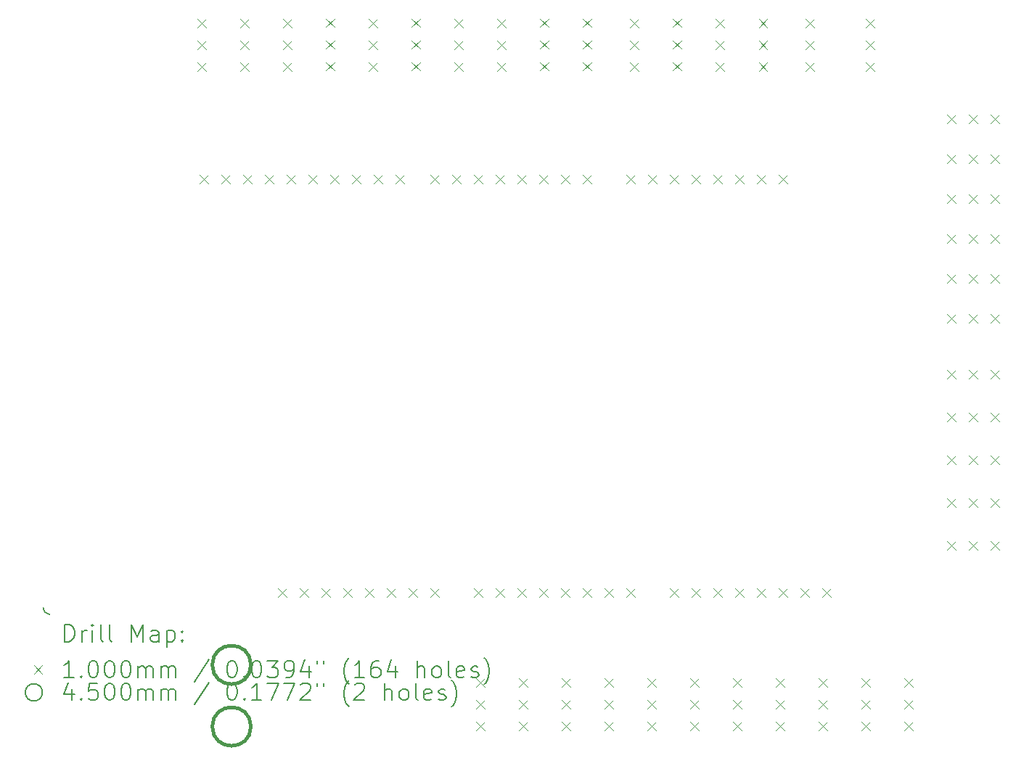
<source format=gbr>
%TF.GenerationSoftware,KiCad,Pcbnew,8.0.1*%
%TF.CreationDate,2024-04-24T23:00:23+05:30*%
%TF.ProjectId,mega_servos_1,6d656761-5f73-4657-9276-6f735f312e6b,rev?*%
%TF.SameCoordinates,PX5f5e100PY5f5e100*%
%TF.FileFunction,Drillmap*%
%TF.FilePolarity,Positive*%
%FSLAX45Y45*%
G04 Gerber Fmt 4.5, Leading zero omitted, Abs format (unit mm)*
G04 Created by KiCad (PCBNEW 8.0.1) date 2024-04-24 23:00:23*
%MOMM*%
%LPD*%
G01*
G04 APERTURE LIST*
%ADD10C,0.150000*%
%ADD11C,0.200000*%
%ADD12C,0.100000*%
%ADD13C,0.450000*%
G04 APERTURE END LIST*
D10*
X76200Y0D02*
G75*
G02*
X0Y76200I0J76200D01*
G01*
D11*
D12*
X1800000Y6950000D02*
X1900000Y6850000D01*
X1900000Y6950000D02*
X1800000Y6850000D01*
X1800000Y6696000D02*
X1900000Y6596000D01*
X1900000Y6696000D02*
X1800000Y6596000D01*
X1800000Y6442000D02*
X1900000Y6342000D01*
X1900000Y6442000D02*
X1800000Y6342000D01*
X1829600Y5130000D02*
X1929600Y5030000D01*
X1929600Y5130000D02*
X1829600Y5030000D01*
X2083600Y5130000D02*
X2183600Y5030000D01*
X2183600Y5130000D02*
X2083600Y5030000D01*
X2300000Y6951500D02*
X2400000Y6851500D01*
X2400000Y6951500D02*
X2300000Y6851500D01*
X2300000Y6697500D02*
X2400000Y6597500D01*
X2400000Y6697500D02*
X2300000Y6597500D01*
X2300000Y6443500D02*
X2400000Y6343500D01*
X2400000Y6443500D02*
X2300000Y6343500D01*
X2337600Y5130000D02*
X2437600Y5030000D01*
X2437600Y5130000D02*
X2337600Y5030000D01*
X2591600Y5130000D02*
X2691600Y5030000D01*
X2691600Y5130000D02*
X2591600Y5030000D01*
X2744000Y304000D02*
X2844000Y204000D01*
X2844000Y304000D02*
X2744000Y204000D01*
X2800000Y6950000D02*
X2900000Y6850000D01*
X2900000Y6950000D02*
X2800000Y6850000D01*
X2800000Y6696000D02*
X2900000Y6596000D01*
X2900000Y6696000D02*
X2800000Y6596000D01*
X2800000Y6442000D02*
X2900000Y6342000D01*
X2900000Y6442000D02*
X2800000Y6342000D01*
X2845600Y5130000D02*
X2945600Y5030000D01*
X2945600Y5130000D02*
X2845600Y5030000D01*
X2998000Y304000D02*
X3098000Y204000D01*
X3098000Y304000D02*
X2998000Y204000D01*
X3099600Y5130000D02*
X3199600Y5030000D01*
X3199600Y5130000D02*
X3099600Y5030000D01*
X3252000Y304000D02*
X3352000Y204000D01*
X3352000Y304000D02*
X3252000Y204000D01*
X3300000Y6954000D02*
X3400000Y6854000D01*
X3400000Y6954000D02*
X3300000Y6854000D01*
X3300000Y6700000D02*
X3400000Y6600000D01*
X3400000Y6700000D02*
X3300000Y6600000D01*
X3300000Y6446000D02*
X3400000Y6346000D01*
X3400000Y6446000D02*
X3300000Y6346000D01*
X3353600Y5130000D02*
X3453600Y5030000D01*
X3453600Y5130000D02*
X3353600Y5030000D01*
X3506000Y304000D02*
X3606000Y204000D01*
X3606000Y304000D02*
X3506000Y204000D01*
X3607600Y5130000D02*
X3707600Y5030000D01*
X3707600Y5130000D02*
X3607600Y5030000D01*
X3760000Y304000D02*
X3860000Y204000D01*
X3860000Y304000D02*
X3760000Y204000D01*
X3800000Y6951500D02*
X3900000Y6851500D01*
X3900000Y6951500D02*
X3800000Y6851500D01*
X3800000Y6697500D02*
X3900000Y6597500D01*
X3900000Y6697500D02*
X3800000Y6597500D01*
X3800000Y6443500D02*
X3900000Y6343500D01*
X3900000Y6443500D02*
X3800000Y6343500D01*
X3861600Y5130000D02*
X3961600Y5030000D01*
X3961600Y5130000D02*
X3861600Y5030000D01*
X4014000Y304000D02*
X4114000Y204000D01*
X4114000Y304000D02*
X4014000Y204000D01*
X4115600Y5130000D02*
X4215600Y5030000D01*
X4215600Y5130000D02*
X4115600Y5030000D01*
X4268000Y304000D02*
X4368000Y204000D01*
X4368000Y304000D02*
X4268000Y204000D01*
X4300000Y6954000D02*
X4400000Y6854000D01*
X4400000Y6954000D02*
X4300000Y6854000D01*
X4300000Y6700000D02*
X4400000Y6600000D01*
X4400000Y6700000D02*
X4300000Y6600000D01*
X4300000Y6446000D02*
X4400000Y6346000D01*
X4400000Y6446000D02*
X4300000Y6346000D01*
X4522000Y5130000D02*
X4622000Y5030000D01*
X4622000Y5130000D02*
X4522000Y5030000D01*
X4522000Y304000D02*
X4622000Y204000D01*
X4622000Y304000D02*
X4522000Y204000D01*
X4776000Y5130000D02*
X4876000Y5030000D01*
X4876000Y5130000D02*
X4776000Y5030000D01*
X4800000Y6951500D02*
X4900000Y6851500D01*
X4900000Y6951500D02*
X4800000Y6851500D01*
X4800000Y6697500D02*
X4900000Y6597500D01*
X4900000Y6697500D02*
X4800000Y6597500D01*
X4800000Y6443500D02*
X4900000Y6343500D01*
X4900000Y6443500D02*
X4800000Y6343500D01*
X5030000Y5130000D02*
X5130000Y5030000D01*
X5130000Y5130000D02*
X5030000Y5030000D01*
X5030000Y304000D02*
X5130000Y204000D01*
X5130000Y304000D02*
X5030000Y204000D01*
X5050000Y-750000D02*
X5150000Y-850000D01*
X5150000Y-750000D02*
X5050000Y-850000D01*
X5050000Y-1004000D02*
X5150000Y-1104000D01*
X5150000Y-1004000D02*
X5050000Y-1104000D01*
X5050000Y-1258000D02*
X5150000Y-1358000D01*
X5150000Y-1258000D02*
X5050000Y-1358000D01*
X5284000Y5130000D02*
X5384000Y5030000D01*
X5384000Y5130000D02*
X5284000Y5030000D01*
X5284000Y304000D02*
X5384000Y204000D01*
X5384000Y304000D02*
X5284000Y204000D01*
X5300000Y6951500D02*
X5400000Y6851500D01*
X5400000Y6951500D02*
X5300000Y6851500D01*
X5300000Y6697500D02*
X5400000Y6597500D01*
X5400000Y6697500D02*
X5300000Y6597500D01*
X5300000Y6443500D02*
X5400000Y6343500D01*
X5400000Y6443500D02*
X5300000Y6343500D01*
X5538000Y5130000D02*
X5638000Y5030000D01*
X5638000Y5130000D02*
X5538000Y5030000D01*
X5538000Y304000D02*
X5638000Y204000D01*
X5638000Y304000D02*
X5538000Y204000D01*
X5550000Y-750000D02*
X5650000Y-850000D01*
X5650000Y-750000D02*
X5550000Y-850000D01*
X5550000Y-1004000D02*
X5650000Y-1104000D01*
X5650000Y-1004000D02*
X5550000Y-1104000D01*
X5550000Y-1258000D02*
X5650000Y-1358000D01*
X5650000Y-1258000D02*
X5550000Y-1358000D01*
X5792000Y5130000D02*
X5892000Y5030000D01*
X5892000Y5130000D02*
X5792000Y5030000D01*
X5792000Y304000D02*
X5892000Y204000D01*
X5892000Y304000D02*
X5792000Y204000D01*
X5800000Y6954000D02*
X5900000Y6854000D01*
X5900000Y6954000D02*
X5800000Y6854000D01*
X5800000Y6700000D02*
X5900000Y6600000D01*
X5900000Y6700000D02*
X5800000Y6600000D01*
X5800000Y6446000D02*
X5900000Y6346000D01*
X5900000Y6446000D02*
X5800000Y6346000D01*
X6046000Y5130000D02*
X6146000Y5030000D01*
X6146000Y5130000D02*
X6046000Y5030000D01*
X6046000Y304000D02*
X6146000Y204000D01*
X6146000Y304000D02*
X6046000Y204000D01*
X6050000Y-747500D02*
X6150000Y-847500D01*
X6150000Y-747500D02*
X6050000Y-847500D01*
X6050000Y-1001500D02*
X6150000Y-1101500D01*
X6150000Y-1001500D02*
X6050000Y-1101500D01*
X6050000Y-1255500D02*
X6150000Y-1355500D01*
X6150000Y-1255500D02*
X6050000Y-1355500D01*
X6300000Y6954000D02*
X6400000Y6854000D01*
X6400000Y6954000D02*
X6300000Y6854000D01*
X6300000Y6700000D02*
X6400000Y6600000D01*
X6400000Y6700000D02*
X6300000Y6600000D01*
X6300000Y6446000D02*
X6400000Y6346000D01*
X6400000Y6446000D02*
X6300000Y6346000D01*
X6300000Y5130000D02*
X6400000Y5030000D01*
X6400000Y5130000D02*
X6300000Y5030000D01*
X6300000Y304000D02*
X6400000Y204000D01*
X6400000Y304000D02*
X6300000Y204000D01*
X6550000Y-750000D02*
X6650000Y-850000D01*
X6650000Y-750000D02*
X6550000Y-850000D01*
X6550000Y-1004000D02*
X6650000Y-1104000D01*
X6650000Y-1004000D02*
X6550000Y-1104000D01*
X6550000Y-1258000D02*
X6650000Y-1358000D01*
X6650000Y-1258000D02*
X6550000Y-1358000D01*
X6554000Y304000D02*
X6654000Y204000D01*
X6654000Y304000D02*
X6554000Y204000D01*
X6808000Y5130000D02*
X6908000Y5030000D01*
X6908000Y5130000D02*
X6808000Y5030000D01*
X6808000Y304000D02*
X6908000Y204000D01*
X6908000Y304000D02*
X6808000Y204000D01*
X6850000Y6950000D02*
X6950000Y6850000D01*
X6950000Y6950000D02*
X6850000Y6850000D01*
X6850000Y6696000D02*
X6950000Y6596000D01*
X6950000Y6696000D02*
X6850000Y6596000D01*
X6850000Y6442000D02*
X6950000Y6342000D01*
X6950000Y6442000D02*
X6850000Y6342000D01*
X7050000Y-750000D02*
X7150000Y-850000D01*
X7150000Y-750000D02*
X7050000Y-850000D01*
X7050000Y-1004000D02*
X7150000Y-1104000D01*
X7150000Y-1004000D02*
X7050000Y-1104000D01*
X7050000Y-1258000D02*
X7150000Y-1358000D01*
X7150000Y-1258000D02*
X7050000Y-1358000D01*
X7062000Y5130000D02*
X7162000Y5030000D01*
X7162000Y5130000D02*
X7062000Y5030000D01*
X7316000Y5130000D02*
X7416000Y5030000D01*
X7416000Y5130000D02*
X7316000Y5030000D01*
X7316000Y304000D02*
X7416000Y204000D01*
X7416000Y304000D02*
X7316000Y204000D01*
X7350000Y6954000D02*
X7450000Y6854000D01*
X7450000Y6954000D02*
X7350000Y6854000D01*
X7350000Y6700000D02*
X7450000Y6600000D01*
X7450000Y6700000D02*
X7350000Y6600000D01*
X7350000Y6446000D02*
X7450000Y6346000D01*
X7450000Y6446000D02*
X7350000Y6346000D01*
X7550000Y-750000D02*
X7650000Y-850000D01*
X7650000Y-750000D02*
X7550000Y-850000D01*
X7550000Y-1004000D02*
X7650000Y-1104000D01*
X7650000Y-1004000D02*
X7550000Y-1104000D01*
X7550000Y-1258000D02*
X7650000Y-1358000D01*
X7650000Y-1258000D02*
X7550000Y-1358000D01*
X7570000Y5130000D02*
X7670000Y5030000D01*
X7670000Y5130000D02*
X7570000Y5030000D01*
X7570000Y304000D02*
X7670000Y204000D01*
X7670000Y304000D02*
X7570000Y204000D01*
X7824000Y5130000D02*
X7924000Y5030000D01*
X7924000Y5130000D02*
X7824000Y5030000D01*
X7824000Y304000D02*
X7924000Y204000D01*
X7924000Y304000D02*
X7824000Y204000D01*
X7850000Y6950000D02*
X7950000Y6850000D01*
X7950000Y6950000D02*
X7850000Y6850000D01*
X7850000Y6696000D02*
X7950000Y6596000D01*
X7950000Y6696000D02*
X7850000Y6596000D01*
X7850000Y6442000D02*
X7950000Y6342000D01*
X7950000Y6442000D02*
X7850000Y6342000D01*
X8050000Y-747500D02*
X8150000Y-847500D01*
X8150000Y-747500D02*
X8050000Y-847500D01*
X8050000Y-1001500D02*
X8150000Y-1101500D01*
X8150000Y-1001500D02*
X8050000Y-1101500D01*
X8050000Y-1255500D02*
X8150000Y-1355500D01*
X8150000Y-1255500D02*
X8050000Y-1355500D01*
X8078000Y5130000D02*
X8178000Y5030000D01*
X8178000Y5130000D02*
X8078000Y5030000D01*
X8078000Y304000D02*
X8178000Y204000D01*
X8178000Y304000D02*
X8078000Y204000D01*
X8332000Y5130000D02*
X8432000Y5030000D01*
X8432000Y5130000D02*
X8332000Y5030000D01*
X8332000Y304000D02*
X8432000Y204000D01*
X8432000Y304000D02*
X8332000Y204000D01*
X8350000Y6950000D02*
X8450000Y6850000D01*
X8450000Y6950000D02*
X8350000Y6850000D01*
X8350000Y6696000D02*
X8450000Y6596000D01*
X8450000Y6696000D02*
X8350000Y6596000D01*
X8350000Y6442000D02*
X8450000Y6342000D01*
X8450000Y6442000D02*
X8350000Y6342000D01*
X8550000Y-747500D02*
X8650000Y-847500D01*
X8650000Y-747500D02*
X8550000Y-847500D01*
X8550000Y-1001500D02*
X8650000Y-1101500D01*
X8650000Y-1001500D02*
X8550000Y-1101500D01*
X8550000Y-1255500D02*
X8650000Y-1355500D01*
X8650000Y-1255500D02*
X8550000Y-1355500D01*
X8586000Y5130000D02*
X8686000Y5030000D01*
X8686000Y5130000D02*
X8586000Y5030000D01*
X8586000Y304000D02*
X8686000Y204000D01*
X8686000Y304000D02*
X8586000Y204000D01*
X8840000Y304000D02*
X8940000Y204000D01*
X8940000Y304000D02*
X8840000Y204000D01*
X8900000Y6950000D02*
X9000000Y6850000D01*
X9000000Y6950000D02*
X8900000Y6850000D01*
X8900000Y6696000D02*
X9000000Y6596000D01*
X9000000Y6696000D02*
X8900000Y6596000D01*
X8900000Y6442000D02*
X9000000Y6342000D01*
X9000000Y6442000D02*
X8900000Y6342000D01*
X9050000Y-747500D02*
X9150000Y-847500D01*
X9150000Y-747500D02*
X9050000Y-847500D01*
X9050000Y-1001500D02*
X9150000Y-1101500D01*
X9150000Y-1001500D02*
X9050000Y-1101500D01*
X9050000Y-1255500D02*
X9150000Y-1355500D01*
X9150000Y-1255500D02*
X9050000Y-1355500D01*
X9094000Y304000D02*
X9194000Y204000D01*
X9194000Y304000D02*
X9094000Y204000D01*
X9550000Y-747500D02*
X9650000Y-847500D01*
X9650000Y-747500D02*
X9550000Y-847500D01*
X9550000Y-1001500D02*
X9650000Y-1101500D01*
X9650000Y-1001500D02*
X9550000Y-1101500D01*
X9550000Y-1255500D02*
X9650000Y-1355500D01*
X9650000Y-1255500D02*
X9550000Y-1355500D01*
X9600000Y6950000D02*
X9700000Y6850000D01*
X9700000Y6950000D02*
X9600000Y6850000D01*
X9600000Y6696000D02*
X9700000Y6596000D01*
X9700000Y6696000D02*
X9600000Y6596000D01*
X9600000Y6442000D02*
X9700000Y6342000D01*
X9700000Y6442000D02*
X9600000Y6342000D01*
X10050000Y-750000D02*
X10150000Y-850000D01*
X10150000Y-750000D02*
X10050000Y-850000D01*
X10050000Y-1004000D02*
X10150000Y-1104000D01*
X10150000Y-1004000D02*
X10050000Y-1104000D01*
X10050000Y-1258000D02*
X10150000Y-1358000D01*
X10150000Y-1258000D02*
X10050000Y-1358000D01*
X10546000Y2350000D02*
X10646000Y2250000D01*
X10646000Y2350000D02*
X10546000Y2250000D01*
X10546000Y1850000D02*
X10646000Y1750000D01*
X10646000Y1850000D02*
X10546000Y1750000D01*
X10546000Y1350000D02*
X10646000Y1250000D01*
X10646000Y1350000D02*
X10546000Y1250000D01*
X10547500Y5830000D02*
X10647500Y5730000D01*
X10647500Y5830000D02*
X10547500Y5730000D01*
X10547500Y5365000D02*
X10647500Y5265000D01*
X10647500Y5365000D02*
X10547500Y5265000D01*
X10547500Y4900000D02*
X10647500Y4800000D01*
X10647500Y4900000D02*
X10547500Y4800000D01*
X10547500Y4435000D02*
X10647500Y4335000D01*
X10647500Y4435000D02*
X10547500Y4335000D01*
X10547500Y3970000D02*
X10647500Y3870000D01*
X10647500Y3970000D02*
X10547500Y3870000D01*
X10547500Y3505000D02*
X10647500Y3405000D01*
X10647500Y3505000D02*
X10547500Y3405000D01*
X10547500Y2850000D02*
X10647500Y2750000D01*
X10647500Y2850000D02*
X10547500Y2750000D01*
X10547500Y850000D02*
X10647500Y750000D01*
X10647500Y850000D02*
X10547500Y750000D01*
X10800000Y2350000D02*
X10900000Y2250000D01*
X10900000Y2350000D02*
X10800000Y2250000D01*
X10800000Y1850000D02*
X10900000Y1750000D01*
X10900000Y1850000D02*
X10800000Y1750000D01*
X10800000Y1350000D02*
X10900000Y1250000D01*
X10900000Y1350000D02*
X10800000Y1250000D01*
X10801500Y5830000D02*
X10901500Y5730000D01*
X10901500Y5830000D02*
X10801500Y5730000D01*
X10801500Y5365000D02*
X10901500Y5265000D01*
X10901500Y5365000D02*
X10801500Y5265000D01*
X10801500Y4900000D02*
X10901500Y4800000D01*
X10901500Y4900000D02*
X10801500Y4800000D01*
X10801500Y4435000D02*
X10901500Y4335000D01*
X10901500Y4435000D02*
X10801500Y4335000D01*
X10801500Y3970000D02*
X10901500Y3870000D01*
X10901500Y3970000D02*
X10801500Y3870000D01*
X10801500Y3505000D02*
X10901500Y3405000D01*
X10901500Y3505000D02*
X10801500Y3405000D01*
X10801500Y2850000D02*
X10901500Y2750000D01*
X10901500Y2850000D02*
X10801500Y2750000D01*
X10801500Y850000D02*
X10901500Y750000D01*
X10901500Y850000D02*
X10801500Y750000D01*
X11054000Y2350000D02*
X11154000Y2250000D01*
X11154000Y2350000D02*
X11054000Y2250000D01*
X11054000Y1850000D02*
X11154000Y1750000D01*
X11154000Y1850000D02*
X11054000Y1750000D01*
X11054000Y1350000D02*
X11154000Y1250000D01*
X11154000Y1350000D02*
X11054000Y1250000D01*
X11055500Y5830000D02*
X11155500Y5730000D01*
X11155500Y5830000D02*
X11055500Y5730000D01*
X11055500Y5365000D02*
X11155500Y5265000D01*
X11155500Y5365000D02*
X11055500Y5265000D01*
X11055500Y4900000D02*
X11155500Y4800000D01*
X11155500Y4900000D02*
X11055500Y4800000D01*
X11055500Y4435000D02*
X11155500Y4335000D01*
X11155500Y4435000D02*
X11055500Y4335000D01*
X11055500Y3970000D02*
X11155500Y3870000D01*
X11155500Y3970000D02*
X11055500Y3870000D01*
X11055500Y3505000D02*
X11155500Y3405000D01*
X11155500Y3505000D02*
X11055500Y3405000D01*
X11055500Y2850000D02*
X11155500Y2750000D01*
X11155500Y2850000D02*
X11055500Y2750000D01*
X11055500Y850000D02*
X11155500Y750000D01*
X11155500Y850000D02*
X11055500Y750000D01*
D13*
X2425000Y-590000D02*
G75*
G02*
X1975000Y-590000I-225000J0D01*
G01*
X1975000Y-590000D02*
G75*
G02*
X2425000Y-590000I225000J0D01*
G01*
X2425000Y-1310000D02*
G75*
G02*
X1975000Y-1310000I-225000J0D01*
G01*
X1975000Y-1310000D02*
G75*
G02*
X2425000Y-1310000I225000J0D01*
G01*
D11*
X253277Y-318984D02*
X253277Y-118984D01*
X253277Y-118984D02*
X300896Y-118984D01*
X300896Y-118984D02*
X329467Y-128508D01*
X329467Y-128508D02*
X348515Y-147555D01*
X348515Y-147555D02*
X358039Y-166603D01*
X358039Y-166603D02*
X367562Y-204698D01*
X367562Y-204698D02*
X367562Y-233269D01*
X367562Y-233269D02*
X358039Y-271365D01*
X358039Y-271365D02*
X348515Y-290412D01*
X348515Y-290412D02*
X329467Y-309460D01*
X329467Y-309460D02*
X300896Y-318984D01*
X300896Y-318984D02*
X253277Y-318984D01*
X453277Y-318984D02*
X453277Y-185650D01*
X453277Y-223746D02*
X462801Y-204698D01*
X462801Y-204698D02*
X472324Y-195174D01*
X472324Y-195174D02*
X491372Y-185650D01*
X491372Y-185650D02*
X510420Y-185650D01*
X577086Y-318984D02*
X577086Y-185650D01*
X577086Y-118984D02*
X567563Y-128508D01*
X567563Y-128508D02*
X577086Y-138031D01*
X577086Y-138031D02*
X586610Y-128508D01*
X586610Y-128508D02*
X577086Y-118984D01*
X577086Y-118984D02*
X577086Y-138031D01*
X700896Y-318984D02*
X681848Y-309460D01*
X681848Y-309460D02*
X672324Y-290412D01*
X672324Y-290412D02*
X672324Y-118984D01*
X805658Y-318984D02*
X786610Y-309460D01*
X786610Y-309460D02*
X777086Y-290412D01*
X777086Y-290412D02*
X777086Y-118984D01*
X1034229Y-318984D02*
X1034229Y-118984D01*
X1034229Y-118984D02*
X1100896Y-261841D01*
X1100896Y-261841D02*
X1167563Y-118984D01*
X1167563Y-118984D02*
X1167563Y-318984D01*
X1348515Y-318984D02*
X1348515Y-214222D01*
X1348515Y-214222D02*
X1338991Y-195174D01*
X1338991Y-195174D02*
X1319944Y-185650D01*
X1319944Y-185650D02*
X1281848Y-185650D01*
X1281848Y-185650D02*
X1262801Y-195174D01*
X1348515Y-309460D02*
X1329467Y-318984D01*
X1329467Y-318984D02*
X1281848Y-318984D01*
X1281848Y-318984D02*
X1262801Y-309460D01*
X1262801Y-309460D02*
X1253277Y-290412D01*
X1253277Y-290412D02*
X1253277Y-271365D01*
X1253277Y-271365D02*
X1262801Y-252317D01*
X1262801Y-252317D02*
X1281848Y-242793D01*
X1281848Y-242793D02*
X1329467Y-242793D01*
X1329467Y-242793D02*
X1348515Y-233269D01*
X1443753Y-185650D02*
X1443753Y-385650D01*
X1443753Y-195174D02*
X1462801Y-185650D01*
X1462801Y-185650D02*
X1500896Y-185650D01*
X1500896Y-185650D02*
X1519943Y-195174D01*
X1519943Y-195174D02*
X1529467Y-204698D01*
X1529467Y-204698D02*
X1538991Y-223746D01*
X1538991Y-223746D02*
X1538991Y-280889D01*
X1538991Y-280889D02*
X1529467Y-299936D01*
X1529467Y-299936D02*
X1519943Y-309460D01*
X1519943Y-309460D02*
X1500896Y-318984D01*
X1500896Y-318984D02*
X1462801Y-318984D01*
X1462801Y-318984D02*
X1443753Y-309460D01*
X1624705Y-299936D02*
X1634229Y-309460D01*
X1634229Y-309460D02*
X1624705Y-318984D01*
X1624705Y-318984D02*
X1615182Y-309460D01*
X1615182Y-309460D02*
X1624705Y-299936D01*
X1624705Y-299936D02*
X1624705Y-318984D01*
X1624705Y-195174D02*
X1634229Y-204698D01*
X1634229Y-204698D02*
X1624705Y-214222D01*
X1624705Y-214222D02*
X1615182Y-204698D01*
X1615182Y-204698D02*
X1624705Y-195174D01*
X1624705Y-195174D02*
X1624705Y-214222D01*
D12*
X-107500Y-597500D02*
X-7500Y-697500D01*
X-7500Y-597500D02*
X-107500Y-697500D01*
D11*
X358039Y-738984D02*
X243753Y-738984D01*
X300896Y-738984D02*
X300896Y-538984D01*
X300896Y-538984D02*
X281848Y-567555D01*
X281848Y-567555D02*
X262801Y-586603D01*
X262801Y-586603D02*
X243753Y-596127D01*
X443753Y-719936D02*
X453277Y-729460D01*
X453277Y-729460D02*
X443753Y-738984D01*
X443753Y-738984D02*
X434229Y-729460D01*
X434229Y-729460D02*
X443753Y-719936D01*
X443753Y-719936D02*
X443753Y-738984D01*
X577086Y-538984D02*
X596134Y-538984D01*
X596134Y-538984D02*
X615182Y-548508D01*
X615182Y-548508D02*
X624705Y-558031D01*
X624705Y-558031D02*
X634229Y-577079D01*
X634229Y-577079D02*
X643753Y-615174D01*
X643753Y-615174D02*
X643753Y-662793D01*
X643753Y-662793D02*
X634229Y-700888D01*
X634229Y-700888D02*
X624705Y-719936D01*
X624705Y-719936D02*
X615182Y-729460D01*
X615182Y-729460D02*
X596134Y-738984D01*
X596134Y-738984D02*
X577086Y-738984D01*
X577086Y-738984D02*
X558039Y-729460D01*
X558039Y-729460D02*
X548515Y-719936D01*
X548515Y-719936D02*
X538991Y-700888D01*
X538991Y-700888D02*
X529467Y-662793D01*
X529467Y-662793D02*
X529467Y-615174D01*
X529467Y-615174D02*
X538991Y-577079D01*
X538991Y-577079D02*
X548515Y-558031D01*
X548515Y-558031D02*
X558039Y-548508D01*
X558039Y-548508D02*
X577086Y-538984D01*
X767562Y-538984D02*
X786610Y-538984D01*
X786610Y-538984D02*
X805658Y-548508D01*
X805658Y-548508D02*
X815182Y-558031D01*
X815182Y-558031D02*
X824705Y-577079D01*
X824705Y-577079D02*
X834229Y-615174D01*
X834229Y-615174D02*
X834229Y-662793D01*
X834229Y-662793D02*
X824705Y-700888D01*
X824705Y-700888D02*
X815182Y-719936D01*
X815182Y-719936D02*
X805658Y-729460D01*
X805658Y-729460D02*
X786610Y-738984D01*
X786610Y-738984D02*
X767562Y-738984D01*
X767562Y-738984D02*
X748515Y-729460D01*
X748515Y-729460D02*
X738991Y-719936D01*
X738991Y-719936D02*
X729467Y-700888D01*
X729467Y-700888D02*
X719943Y-662793D01*
X719943Y-662793D02*
X719943Y-615174D01*
X719943Y-615174D02*
X729467Y-577079D01*
X729467Y-577079D02*
X738991Y-558031D01*
X738991Y-558031D02*
X748515Y-548508D01*
X748515Y-548508D02*
X767562Y-538984D01*
X958039Y-538984D02*
X977086Y-538984D01*
X977086Y-538984D02*
X996134Y-548508D01*
X996134Y-548508D02*
X1005658Y-558031D01*
X1005658Y-558031D02*
X1015182Y-577079D01*
X1015182Y-577079D02*
X1024705Y-615174D01*
X1024705Y-615174D02*
X1024705Y-662793D01*
X1024705Y-662793D02*
X1015182Y-700888D01*
X1015182Y-700888D02*
X1005658Y-719936D01*
X1005658Y-719936D02*
X996134Y-729460D01*
X996134Y-729460D02*
X977086Y-738984D01*
X977086Y-738984D02*
X958039Y-738984D01*
X958039Y-738984D02*
X938991Y-729460D01*
X938991Y-729460D02*
X929467Y-719936D01*
X929467Y-719936D02*
X919943Y-700888D01*
X919943Y-700888D02*
X910420Y-662793D01*
X910420Y-662793D02*
X910420Y-615174D01*
X910420Y-615174D02*
X919943Y-577079D01*
X919943Y-577079D02*
X929467Y-558031D01*
X929467Y-558031D02*
X938991Y-548508D01*
X938991Y-548508D02*
X958039Y-538984D01*
X1110420Y-738984D02*
X1110420Y-605650D01*
X1110420Y-624698D02*
X1119944Y-615174D01*
X1119944Y-615174D02*
X1138991Y-605650D01*
X1138991Y-605650D02*
X1167563Y-605650D01*
X1167563Y-605650D02*
X1186610Y-615174D01*
X1186610Y-615174D02*
X1196134Y-634222D01*
X1196134Y-634222D02*
X1196134Y-738984D01*
X1196134Y-634222D02*
X1205658Y-615174D01*
X1205658Y-615174D02*
X1224705Y-605650D01*
X1224705Y-605650D02*
X1253277Y-605650D01*
X1253277Y-605650D02*
X1272325Y-615174D01*
X1272325Y-615174D02*
X1281848Y-634222D01*
X1281848Y-634222D02*
X1281848Y-738984D01*
X1377086Y-738984D02*
X1377086Y-605650D01*
X1377086Y-624698D02*
X1386610Y-615174D01*
X1386610Y-615174D02*
X1405658Y-605650D01*
X1405658Y-605650D02*
X1434229Y-605650D01*
X1434229Y-605650D02*
X1453277Y-615174D01*
X1453277Y-615174D02*
X1462801Y-634222D01*
X1462801Y-634222D02*
X1462801Y-738984D01*
X1462801Y-634222D02*
X1472324Y-615174D01*
X1472324Y-615174D02*
X1491372Y-605650D01*
X1491372Y-605650D02*
X1519943Y-605650D01*
X1519943Y-605650D02*
X1538991Y-615174D01*
X1538991Y-615174D02*
X1548515Y-634222D01*
X1548515Y-634222D02*
X1548515Y-738984D01*
X1938991Y-529460D02*
X1767563Y-786603D01*
X2196134Y-538984D02*
X2215182Y-538984D01*
X2215182Y-538984D02*
X2234229Y-548508D01*
X2234229Y-548508D02*
X2243753Y-558031D01*
X2243753Y-558031D02*
X2253277Y-577079D01*
X2253277Y-577079D02*
X2262801Y-615174D01*
X2262801Y-615174D02*
X2262801Y-662793D01*
X2262801Y-662793D02*
X2253277Y-700888D01*
X2253277Y-700888D02*
X2243753Y-719936D01*
X2243753Y-719936D02*
X2234229Y-729460D01*
X2234229Y-729460D02*
X2215182Y-738984D01*
X2215182Y-738984D02*
X2196134Y-738984D01*
X2196134Y-738984D02*
X2177087Y-729460D01*
X2177087Y-729460D02*
X2167563Y-719936D01*
X2167563Y-719936D02*
X2158039Y-700888D01*
X2158039Y-700888D02*
X2148515Y-662793D01*
X2148515Y-662793D02*
X2148515Y-615174D01*
X2148515Y-615174D02*
X2158039Y-577079D01*
X2158039Y-577079D02*
X2167563Y-558031D01*
X2167563Y-558031D02*
X2177087Y-548508D01*
X2177087Y-548508D02*
X2196134Y-538984D01*
X2348515Y-719936D02*
X2358039Y-729460D01*
X2358039Y-729460D02*
X2348515Y-738984D01*
X2348515Y-738984D02*
X2338991Y-729460D01*
X2338991Y-729460D02*
X2348515Y-719936D01*
X2348515Y-719936D02*
X2348515Y-738984D01*
X2481848Y-538984D02*
X2500896Y-538984D01*
X2500896Y-538984D02*
X2519944Y-548508D01*
X2519944Y-548508D02*
X2529468Y-558031D01*
X2529468Y-558031D02*
X2538991Y-577079D01*
X2538991Y-577079D02*
X2548515Y-615174D01*
X2548515Y-615174D02*
X2548515Y-662793D01*
X2548515Y-662793D02*
X2538991Y-700888D01*
X2538991Y-700888D02*
X2529468Y-719936D01*
X2529468Y-719936D02*
X2519944Y-729460D01*
X2519944Y-729460D02*
X2500896Y-738984D01*
X2500896Y-738984D02*
X2481848Y-738984D01*
X2481848Y-738984D02*
X2462801Y-729460D01*
X2462801Y-729460D02*
X2453277Y-719936D01*
X2453277Y-719936D02*
X2443753Y-700888D01*
X2443753Y-700888D02*
X2434229Y-662793D01*
X2434229Y-662793D02*
X2434229Y-615174D01*
X2434229Y-615174D02*
X2443753Y-577079D01*
X2443753Y-577079D02*
X2453277Y-558031D01*
X2453277Y-558031D02*
X2462801Y-548508D01*
X2462801Y-548508D02*
X2481848Y-538984D01*
X2615182Y-538984D02*
X2738991Y-538984D01*
X2738991Y-538984D02*
X2672325Y-615174D01*
X2672325Y-615174D02*
X2700896Y-615174D01*
X2700896Y-615174D02*
X2719944Y-624698D01*
X2719944Y-624698D02*
X2729468Y-634222D01*
X2729468Y-634222D02*
X2738991Y-653270D01*
X2738991Y-653270D02*
X2738991Y-700888D01*
X2738991Y-700888D02*
X2729468Y-719936D01*
X2729468Y-719936D02*
X2719944Y-729460D01*
X2719944Y-729460D02*
X2700896Y-738984D01*
X2700896Y-738984D02*
X2643753Y-738984D01*
X2643753Y-738984D02*
X2624706Y-729460D01*
X2624706Y-729460D02*
X2615182Y-719936D01*
X2834229Y-738984D02*
X2872325Y-738984D01*
X2872325Y-738984D02*
X2891372Y-729460D01*
X2891372Y-729460D02*
X2900896Y-719936D01*
X2900896Y-719936D02*
X2919944Y-691365D01*
X2919944Y-691365D02*
X2929467Y-653270D01*
X2929467Y-653270D02*
X2929467Y-577079D01*
X2929467Y-577079D02*
X2919944Y-558031D01*
X2919944Y-558031D02*
X2910420Y-548508D01*
X2910420Y-548508D02*
X2891372Y-538984D01*
X2891372Y-538984D02*
X2853277Y-538984D01*
X2853277Y-538984D02*
X2834229Y-548508D01*
X2834229Y-548508D02*
X2824706Y-558031D01*
X2824706Y-558031D02*
X2815182Y-577079D01*
X2815182Y-577079D02*
X2815182Y-624698D01*
X2815182Y-624698D02*
X2824706Y-643746D01*
X2824706Y-643746D02*
X2834229Y-653270D01*
X2834229Y-653270D02*
X2853277Y-662793D01*
X2853277Y-662793D02*
X2891372Y-662793D01*
X2891372Y-662793D02*
X2910420Y-653270D01*
X2910420Y-653270D02*
X2919944Y-643746D01*
X2919944Y-643746D02*
X2929467Y-624698D01*
X3100896Y-605650D02*
X3100896Y-738984D01*
X3053277Y-529460D02*
X3005658Y-672317D01*
X3005658Y-672317D02*
X3129467Y-672317D01*
X3196134Y-538984D02*
X3196134Y-577079D01*
X3272325Y-538984D02*
X3272325Y-577079D01*
X3567563Y-815174D02*
X3558039Y-805650D01*
X3558039Y-805650D02*
X3538991Y-777079D01*
X3538991Y-777079D02*
X3529468Y-758031D01*
X3529468Y-758031D02*
X3519944Y-729460D01*
X3519944Y-729460D02*
X3510420Y-681841D01*
X3510420Y-681841D02*
X3510420Y-643746D01*
X3510420Y-643746D02*
X3519944Y-596127D01*
X3519944Y-596127D02*
X3529468Y-567555D01*
X3529468Y-567555D02*
X3538991Y-548508D01*
X3538991Y-548508D02*
X3558039Y-519936D01*
X3558039Y-519936D02*
X3567563Y-510412D01*
X3748515Y-738984D02*
X3634229Y-738984D01*
X3691372Y-738984D02*
X3691372Y-538984D01*
X3691372Y-538984D02*
X3672325Y-567555D01*
X3672325Y-567555D02*
X3653277Y-586603D01*
X3653277Y-586603D02*
X3634229Y-596127D01*
X3919944Y-538984D02*
X3881848Y-538984D01*
X3881848Y-538984D02*
X3862801Y-548508D01*
X3862801Y-548508D02*
X3853277Y-558031D01*
X3853277Y-558031D02*
X3834229Y-586603D01*
X3834229Y-586603D02*
X3824706Y-624698D01*
X3824706Y-624698D02*
X3824706Y-700888D01*
X3824706Y-700888D02*
X3834229Y-719936D01*
X3834229Y-719936D02*
X3843753Y-729460D01*
X3843753Y-729460D02*
X3862801Y-738984D01*
X3862801Y-738984D02*
X3900896Y-738984D01*
X3900896Y-738984D02*
X3919944Y-729460D01*
X3919944Y-729460D02*
X3929468Y-719936D01*
X3929468Y-719936D02*
X3938991Y-700888D01*
X3938991Y-700888D02*
X3938991Y-653270D01*
X3938991Y-653270D02*
X3929468Y-634222D01*
X3929468Y-634222D02*
X3919944Y-624698D01*
X3919944Y-624698D02*
X3900896Y-615174D01*
X3900896Y-615174D02*
X3862801Y-615174D01*
X3862801Y-615174D02*
X3843753Y-624698D01*
X3843753Y-624698D02*
X3834229Y-634222D01*
X3834229Y-634222D02*
X3824706Y-653270D01*
X4110420Y-605650D02*
X4110420Y-738984D01*
X4062801Y-529460D02*
X4015182Y-672317D01*
X4015182Y-672317D02*
X4138991Y-672317D01*
X4367563Y-738984D02*
X4367563Y-538984D01*
X4453277Y-738984D02*
X4453277Y-634222D01*
X4453277Y-634222D02*
X4443753Y-615174D01*
X4443753Y-615174D02*
X4424706Y-605650D01*
X4424706Y-605650D02*
X4396134Y-605650D01*
X4396134Y-605650D02*
X4377087Y-615174D01*
X4377087Y-615174D02*
X4367563Y-624698D01*
X4577087Y-738984D02*
X4558039Y-729460D01*
X4558039Y-729460D02*
X4548515Y-719936D01*
X4548515Y-719936D02*
X4538992Y-700888D01*
X4538992Y-700888D02*
X4538992Y-643746D01*
X4538992Y-643746D02*
X4548515Y-624698D01*
X4548515Y-624698D02*
X4558039Y-615174D01*
X4558039Y-615174D02*
X4577087Y-605650D01*
X4577087Y-605650D02*
X4605658Y-605650D01*
X4605658Y-605650D02*
X4624706Y-615174D01*
X4624706Y-615174D02*
X4634230Y-624698D01*
X4634230Y-624698D02*
X4643753Y-643746D01*
X4643753Y-643746D02*
X4643753Y-700888D01*
X4643753Y-700888D02*
X4634230Y-719936D01*
X4634230Y-719936D02*
X4624706Y-729460D01*
X4624706Y-729460D02*
X4605658Y-738984D01*
X4605658Y-738984D02*
X4577087Y-738984D01*
X4758039Y-738984D02*
X4738992Y-729460D01*
X4738992Y-729460D02*
X4729468Y-710412D01*
X4729468Y-710412D02*
X4729468Y-538984D01*
X4910420Y-729460D02*
X4891373Y-738984D01*
X4891373Y-738984D02*
X4853277Y-738984D01*
X4853277Y-738984D02*
X4834230Y-729460D01*
X4834230Y-729460D02*
X4824706Y-710412D01*
X4824706Y-710412D02*
X4824706Y-634222D01*
X4824706Y-634222D02*
X4834230Y-615174D01*
X4834230Y-615174D02*
X4853277Y-605650D01*
X4853277Y-605650D02*
X4891373Y-605650D01*
X4891373Y-605650D02*
X4910420Y-615174D01*
X4910420Y-615174D02*
X4919944Y-634222D01*
X4919944Y-634222D02*
X4919944Y-653270D01*
X4919944Y-653270D02*
X4824706Y-672317D01*
X4996134Y-729460D02*
X5015182Y-738984D01*
X5015182Y-738984D02*
X5053277Y-738984D01*
X5053277Y-738984D02*
X5072325Y-729460D01*
X5072325Y-729460D02*
X5081849Y-710412D01*
X5081849Y-710412D02*
X5081849Y-700888D01*
X5081849Y-700888D02*
X5072325Y-681841D01*
X5072325Y-681841D02*
X5053277Y-672317D01*
X5053277Y-672317D02*
X5024706Y-672317D01*
X5024706Y-672317D02*
X5005658Y-662793D01*
X5005658Y-662793D02*
X4996134Y-643746D01*
X4996134Y-643746D02*
X4996134Y-634222D01*
X4996134Y-634222D02*
X5005658Y-615174D01*
X5005658Y-615174D02*
X5024706Y-605650D01*
X5024706Y-605650D02*
X5053277Y-605650D01*
X5053277Y-605650D02*
X5072325Y-615174D01*
X5148515Y-815174D02*
X5158039Y-805650D01*
X5158039Y-805650D02*
X5177087Y-777079D01*
X5177087Y-777079D02*
X5186611Y-758031D01*
X5186611Y-758031D02*
X5196134Y-729460D01*
X5196134Y-729460D02*
X5205658Y-681841D01*
X5205658Y-681841D02*
X5205658Y-643746D01*
X5205658Y-643746D02*
X5196134Y-596127D01*
X5196134Y-596127D02*
X5186611Y-567555D01*
X5186611Y-567555D02*
X5177087Y-548508D01*
X5177087Y-548508D02*
X5158039Y-519936D01*
X5158039Y-519936D02*
X5148515Y-510412D01*
X-7500Y-911500D02*
G75*
G02*
X-207500Y-911500I-100000J0D01*
G01*
X-207500Y-911500D02*
G75*
G02*
X-7500Y-911500I100000J0D01*
G01*
X338991Y-869650D02*
X338991Y-1002984D01*
X291372Y-793460D02*
X243753Y-936317D01*
X243753Y-936317D02*
X367562Y-936317D01*
X443753Y-983936D02*
X453277Y-993460D01*
X453277Y-993460D02*
X443753Y-1002984D01*
X443753Y-1002984D02*
X434229Y-993460D01*
X434229Y-993460D02*
X443753Y-983936D01*
X443753Y-983936D02*
X443753Y-1002984D01*
X634229Y-802984D02*
X538991Y-802984D01*
X538991Y-802984D02*
X529467Y-898222D01*
X529467Y-898222D02*
X538991Y-888698D01*
X538991Y-888698D02*
X558039Y-879174D01*
X558039Y-879174D02*
X605658Y-879174D01*
X605658Y-879174D02*
X624705Y-888698D01*
X624705Y-888698D02*
X634229Y-898222D01*
X634229Y-898222D02*
X643753Y-917269D01*
X643753Y-917269D02*
X643753Y-964888D01*
X643753Y-964888D02*
X634229Y-983936D01*
X634229Y-983936D02*
X624705Y-993460D01*
X624705Y-993460D02*
X605658Y-1002984D01*
X605658Y-1002984D02*
X558039Y-1002984D01*
X558039Y-1002984D02*
X538991Y-993460D01*
X538991Y-993460D02*
X529467Y-983936D01*
X767562Y-802984D02*
X786610Y-802984D01*
X786610Y-802984D02*
X805658Y-812508D01*
X805658Y-812508D02*
X815182Y-822031D01*
X815182Y-822031D02*
X824705Y-841079D01*
X824705Y-841079D02*
X834229Y-879174D01*
X834229Y-879174D02*
X834229Y-926793D01*
X834229Y-926793D02*
X824705Y-964888D01*
X824705Y-964888D02*
X815182Y-983936D01*
X815182Y-983936D02*
X805658Y-993460D01*
X805658Y-993460D02*
X786610Y-1002984D01*
X786610Y-1002984D02*
X767562Y-1002984D01*
X767562Y-1002984D02*
X748515Y-993460D01*
X748515Y-993460D02*
X738991Y-983936D01*
X738991Y-983936D02*
X729467Y-964888D01*
X729467Y-964888D02*
X719943Y-926793D01*
X719943Y-926793D02*
X719943Y-879174D01*
X719943Y-879174D02*
X729467Y-841079D01*
X729467Y-841079D02*
X738991Y-822031D01*
X738991Y-822031D02*
X748515Y-812508D01*
X748515Y-812508D02*
X767562Y-802984D01*
X958039Y-802984D02*
X977086Y-802984D01*
X977086Y-802984D02*
X996134Y-812508D01*
X996134Y-812508D02*
X1005658Y-822031D01*
X1005658Y-822031D02*
X1015182Y-841079D01*
X1015182Y-841079D02*
X1024705Y-879174D01*
X1024705Y-879174D02*
X1024705Y-926793D01*
X1024705Y-926793D02*
X1015182Y-964888D01*
X1015182Y-964888D02*
X1005658Y-983936D01*
X1005658Y-983936D02*
X996134Y-993460D01*
X996134Y-993460D02*
X977086Y-1002984D01*
X977086Y-1002984D02*
X958039Y-1002984D01*
X958039Y-1002984D02*
X938991Y-993460D01*
X938991Y-993460D02*
X929467Y-983936D01*
X929467Y-983936D02*
X919943Y-964888D01*
X919943Y-964888D02*
X910420Y-926793D01*
X910420Y-926793D02*
X910420Y-879174D01*
X910420Y-879174D02*
X919943Y-841079D01*
X919943Y-841079D02*
X929467Y-822031D01*
X929467Y-822031D02*
X938991Y-812508D01*
X938991Y-812508D02*
X958039Y-802984D01*
X1110420Y-1002984D02*
X1110420Y-869650D01*
X1110420Y-888698D02*
X1119944Y-879174D01*
X1119944Y-879174D02*
X1138991Y-869650D01*
X1138991Y-869650D02*
X1167563Y-869650D01*
X1167563Y-869650D02*
X1186610Y-879174D01*
X1186610Y-879174D02*
X1196134Y-898222D01*
X1196134Y-898222D02*
X1196134Y-1002984D01*
X1196134Y-898222D02*
X1205658Y-879174D01*
X1205658Y-879174D02*
X1224705Y-869650D01*
X1224705Y-869650D02*
X1253277Y-869650D01*
X1253277Y-869650D02*
X1272325Y-879174D01*
X1272325Y-879174D02*
X1281848Y-898222D01*
X1281848Y-898222D02*
X1281848Y-1002984D01*
X1377086Y-1002984D02*
X1377086Y-869650D01*
X1377086Y-888698D02*
X1386610Y-879174D01*
X1386610Y-879174D02*
X1405658Y-869650D01*
X1405658Y-869650D02*
X1434229Y-869650D01*
X1434229Y-869650D02*
X1453277Y-879174D01*
X1453277Y-879174D02*
X1462801Y-898222D01*
X1462801Y-898222D02*
X1462801Y-1002984D01*
X1462801Y-898222D02*
X1472324Y-879174D01*
X1472324Y-879174D02*
X1491372Y-869650D01*
X1491372Y-869650D02*
X1519943Y-869650D01*
X1519943Y-869650D02*
X1538991Y-879174D01*
X1538991Y-879174D02*
X1548515Y-898222D01*
X1548515Y-898222D02*
X1548515Y-1002984D01*
X1938991Y-793460D02*
X1767563Y-1050603D01*
X2196134Y-802984D02*
X2215182Y-802984D01*
X2215182Y-802984D02*
X2234229Y-812508D01*
X2234229Y-812508D02*
X2243753Y-822031D01*
X2243753Y-822031D02*
X2253277Y-841079D01*
X2253277Y-841079D02*
X2262801Y-879174D01*
X2262801Y-879174D02*
X2262801Y-926793D01*
X2262801Y-926793D02*
X2253277Y-964888D01*
X2253277Y-964888D02*
X2243753Y-983936D01*
X2243753Y-983936D02*
X2234229Y-993460D01*
X2234229Y-993460D02*
X2215182Y-1002984D01*
X2215182Y-1002984D02*
X2196134Y-1002984D01*
X2196134Y-1002984D02*
X2177087Y-993460D01*
X2177087Y-993460D02*
X2167563Y-983936D01*
X2167563Y-983936D02*
X2158039Y-964888D01*
X2158039Y-964888D02*
X2148515Y-926793D01*
X2148515Y-926793D02*
X2148515Y-879174D01*
X2148515Y-879174D02*
X2158039Y-841079D01*
X2158039Y-841079D02*
X2167563Y-822031D01*
X2167563Y-822031D02*
X2177087Y-812508D01*
X2177087Y-812508D02*
X2196134Y-802984D01*
X2348515Y-983936D02*
X2358039Y-993460D01*
X2358039Y-993460D02*
X2348515Y-1002984D01*
X2348515Y-1002984D02*
X2338991Y-993460D01*
X2338991Y-993460D02*
X2348515Y-983936D01*
X2348515Y-983936D02*
X2348515Y-1002984D01*
X2548515Y-1002984D02*
X2434229Y-1002984D01*
X2491372Y-1002984D02*
X2491372Y-802984D01*
X2491372Y-802984D02*
X2472325Y-831555D01*
X2472325Y-831555D02*
X2453277Y-850603D01*
X2453277Y-850603D02*
X2434229Y-860127D01*
X2615182Y-802984D02*
X2748515Y-802984D01*
X2748515Y-802984D02*
X2662801Y-1002984D01*
X2805658Y-802984D02*
X2938991Y-802984D01*
X2938991Y-802984D02*
X2853277Y-1002984D01*
X3005658Y-822031D02*
X3015182Y-812508D01*
X3015182Y-812508D02*
X3034229Y-802984D01*
X3034229Y-802984D02*
X3081848Y-802984D01*
X3081848Y-802984D02*
X3100896Y-812508D01*
X3100896Y-812508D02*
X3110420Y-822031D01*
X3110420Y-822031D02*
X3119944Y-841079D01*
X3119944Y-841079D02*
X3119944Y-860127D01*
X3119944Y-860127D02*
X3110420Y-888698D01*
X3110420Y-888698D02*
X2996134Y-1002984D01*
X2996134Y-1002984D02*
X3119944Y-1002984D01*
X3196134Y-802984D02*
X3196134Y-841079D01*
X3272325Y-802984D02*
X3272325Y-841079D01*
X3567563Y-1079174D02*
X3558039Y-1069650D01*
X3558039Y-1069650D02*
X3538991Y-1041079D01*
X3538991Y-1041079D02*
X3529468Y-1022031D01*
X3529468Y-1022031D02*
X3519944Y-993460D01*
X3519944Y-993460D02*
X3510420Y-945841D01*
X3510420Y-945841D02*
X3510420Y-907746D01*
X3510420Y-907746D02*
X3519944Y-860127D01*
X3519944Y-860127D02*
X3529468Y-831555D01*
X3529468Y-831555D02*
X3538991Y-812508D01*
X3538991Y-812508D02*
X3558039Y-783936D01*
X3558039Y-783936D02*
X3567563Y-774412D01*
X3634229Y-822031D02*
X3643753Y-812508D01*
X3643753Y-812508D02*
X3662801Y-802984D01*
X3662801Y-802984D02*
X3710420Y-802984D01*
X3710420Y-802984D02*
X3729468Y-812508D01*
X3729468Y-812508D02*
X3738991Y-822031D01*
X3738991Y-822031D02*
X3748515Y-841079D01*
X3748515Y-841079D02*
X3748515Y-860127D01*
X3748515Y-860127D02*
X3738991Y-888698D01*
X3738991Y-888698D02*
X3624706Y-1002984D01*
X3624706Y-1002984D02*
X3748515Y-1002984D01*
X3986610Y-1002984D02*
X3986610Y-802984D01*
X4072325Y-1002984D02*
X4072325Y-898222D01*
X4072325Y-898222D02*
X4062801Y-879174D01*
X4062801Y-879174D02*
X4043753Y-869650D01*
X4043753Y-869650D02*
X4015182Y-869650D01*
X4015182Y-869650D02*
X3996134Y-879174D01*
X3996134Y-879174D02*
X3986610Y-888698D01*
X4196134Y-1002984D02*
X4177087Y-993460D01*
X4177087Y-993460D02*
X4167563Y-983936D01*
X4167563Y-983936D02*
X4158039Y-964888D01*
X4158039Y-964888D02*
X4158039Y-907746D01*
X4158039Y-907746D02*
X4167563Y-888698D01*
X4167563Y-888698D02*
X4177087Y-879174D01*
X4177087Y-879174D02*
X4196134Y-869650D01*
X4196134Y-869650D02*
X4224706Y-869650D01*
X4224706Y-869650D02*
X4243753Y-879174D01*
X4243753Y-879174D02*
X4253277Y-888698D01*
X4253277Y-888698D02*
X4262801Y-907746D01*
X4262801Y-907746D02*
X4262801Y-964888D01*
X4262801Y-964888D02*
X4253277Y-983936D01*
X4253277Y-983936D02*
X4243753Y-993460D01*
X4243753Y-993460D02*
X4224706Y-1002984D01*
X4224706Y-1002984D02*
X4196134Y-1002984D01*
X4377087Y-1002984D02*
X4358039Y-993460D01*
X4358039Y-993460D02*
X4348515Y-974412D01*
X4348515Y-974412D02*
X4348515Y-802984D01*
X4529468Y-993460D02*
X4510420Y-1002984D01*
X4510420Y-1002984D02*
X4472325Y-1002984D01*
X4472325Y-1002984D02*
X4453277Y-993460D01*
X4453277Y-993460D02*
X4443753Y-974412D01*
X4443753Y-974412D02*
X4443753Y-898222D01*
X4443753Y-898222D02*
X4453277Y-879174D01*
X4453277Y-879174D02*
X4472325Y-869650D01*
X4472325Y-869650D02*
X4510420Y-869650D01*
X4510420Y-869650D02*
X4529468Y-879174D01*
X4529468Y-879174D02*
X4538992Y-898222D01*
X4538992Y-898222D02*
X4538992Y-917269D01*
X4538992Y-917269D02*
X4443753Y-936317D01*
X4615182Y-993460D02*
X4634230Y-1002984D01*
X4634230Y-1002984D02*
X4672325Y-1002984D01*
X4672325Y-1002984D02*
X4691373Y-993460D01*
X4691373Y-993460D02*
X4700896Y-974412D01*
X4700896Y-974412D02*
X4700896Y-964888D01*
X4700896Y-964888D02*
X4691373Y-945841D01*
X4691373Y-945841D02*
X4672325Y-936317D01*
X4672325Y-936317D02*
X4643753Y-936317D01*
X4643753Y-936317D02*
X4624706Y-926793D01*
X4624706Y-926793D02*
X4615182Y-907746D01*
X4615182Y-907746D02*
X4615182Y-898222D01*
X4615182Y-898222D02*
X4624706Y-879174D01*
X4624706Y-879174D02*
X4643753Y-869650D01*
X4643753Y-869650D02*
X4672325Y-869650D01*
X4672325Y-869650D02*
X4691373Y-879174D01*
X4767563Y-1079174D02*
X4777087Y-1069650D01*
X4777087Y-1069650D02*
X4796134Y-1041079D01*
X4796134Y-1041079D02*
X4805658Y-1022031D01*
X4805658Y-1022031D02*
X4815182Y-993460D01*
X4815182Y-993460D02*
X4824706Y-945841D01*
X4824706Y-945841D02*
X4824706Y-907746D01*
X4824706Y-907746D02*
X4815182Y-860127D01*
X4815182Y-860127D02*
X4805658Y-831555D01*
X4805658Y-831555D02*
X4796134Y-812508D01*
X4796134Y-812508D02*
X4777087Y-783936D01*
X4777087Y-783936D02*
X4767563Y-774412D01*
M02*

</source>
